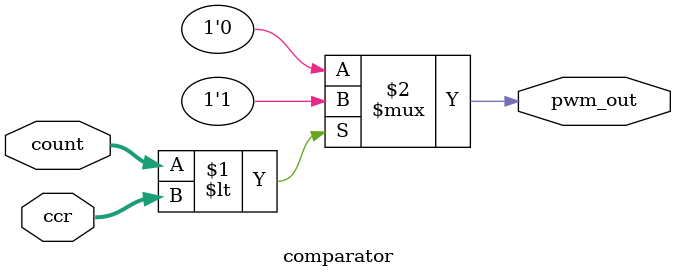
<source format=v>
module comparator #(
    parameter WIDTH = 16
)(
    input  wire [WIDTH-1:0] count,
    input  wire [WIDTH-1:0] ccr,
    output wire pwm_out
);

    assign pwm_out = (count < ccr) ? 1'b1 : 1'b0;

endmodule

</source>
